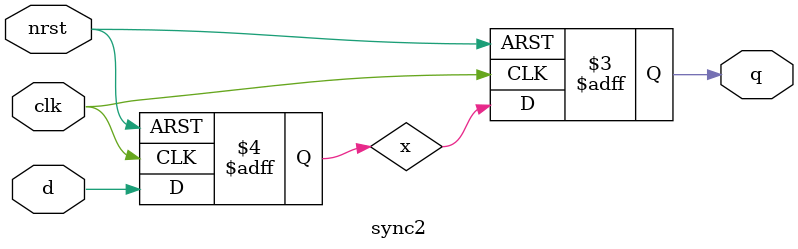
<source format=sv>
module sync2
#(parameter RESET_VALUE = 1'b1)
(
	input wire clk,
	input wire nrst,
	input wire d,
	output reg q
);

reg x;

always_ff @(posedge clk, negedge nrst) begin
	if(~nrst) begin
		x <= RESET_VALUE;
		q <= RESET_VALUE;
	end else begin
		x <= d;
		q <= x;
	end
end

endmodule

</source>
